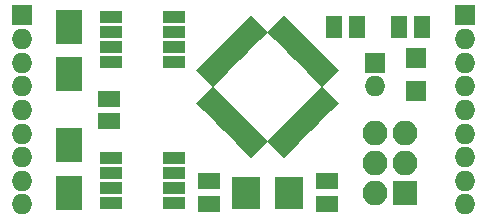
<source format=gts>
G04 #@! TF.GenerationSoftware,KiCad,Pcbnew,(5.1.2-1)-1*
G04 #@! TF.CreationDate,2019-05-25T15:40:47+02:00*
G04 #@! TF.ProjectId,PSX64 Interface,50535836-3420-4496-9e74-657266616365,1.0*
G04 #@! TF.SameCoordinates,Original*
G04 #@! TF.FileFunction,Soldermask,Top*
G04 #@! TF.FilePolarity,Negative*
%FSLAX46Y46*%
G04 Gerber Fmt 4.6, Leading zero omitted, Abs format (unit mm)*
G04 Created by KiCad (PCBNEW (5.1.2-1)-1) date 2019-05-25 15:40:47*
%MOMM*%
%LPD*%
G04 APERTURE LIST*
%ADD10C,0.950000*%
%ADD11C,0.100000*%
%ADD12R,1.800000X1.760000*%
%ADD13R,1.900000X1.370000*%
%ADD14R,1.370000X1.900000*%
%ADD15R,2.200000X2.900000*%
%ADD16O,1.750000X1.750000*%
%ADD17R,1.750000X1.750000*%
%ADD18R,1.950000X1.000000*%
%ADD19R,2.400000X2.800000*%
%ADD20R,2.100000X2.100000*%
%ADD21O,2.100000X2.100000*%
G04 APERTURE END LIST*
D10*
X123314897Y-129974695D03*
D11*
G36*
X124357880Y-130345926D02*
G01*
X123686128Y-131017678D01*
X122271914Y-129603464D01*
X122943666Y-128931712D01*
X124357880Y-130345926D01*
X124357880Y-130345926D01*
G37*
D10*
X123880583Y-129409010D03*
D11*
G36*
X124923566Y-129780241D02*
G01*
X124251814Y-130451993D01*
X122837600Y-129037779D01*
X123509352Y-128366027D01*
X124923566Y-129780241D01*
X124923566Y-129780241D01*
G37*
D10*
X124446268Y-128843324D03*
D11*
G36*
X125489251Y-129214555D02*
G01*
X124817499Y-129886307D01*
X123403285Y-128472093D01*
X124075037Y-127800341D01*
X125489251Y-129214555D01*
X125489251Y-129214555D01*
G37*
D10*
X125011953Y-128277639D03*
D11*
G36*
X126054936Y-128648870D02*
G01*
X125383184Y-129320622D01*
X123968970Y-127906408D01*
X124640722Y-127234656D01*
X126054936Y-128648870D01*
X126054936Y-128648870D01*
G37*
D10*
X125577639Y-127711953D03*
D11*
G36*
X126620622Y-128083184D02*
G01*
X125948870Y-128754936D01*
X124534656Y-127340722D01*
X125206408Y-126668970D01*
X126620622Y-128083184D01*
X126620622Y-128083184D01*
G37*
D10*
X126143324Y-127146268D03*
D11*
G36*
X127186307Y-127517499D02*
G01*
X126514555Y-128189251D01*
X125100341Y-126775037D01*
X125772093Y-126103285D01*
X127186307Y-127517499D01*
X127186307Y-127517499D01*
G37*
D10*
X126709010Y-126580583D03*
D11*
G36*
X127751993Y-126951814D02*
G01*
X127080241Y-127623566D01*
X125666027Y-126209352D01*
X126337779Y-125537600D01*
X127751993Y-126951814D01*
X127751993Y-126951814D01*
G37*
D10*
X127274695Y-126014897D03*
D11*
G36*
X128317678Y-126386128D02*
G01*
X127645926Y-127057880D01*
X126231712Y-125643666D01*
X126903464Y-124971914D01*
X128317678Y-126386128D01*
X128317678Y-126386128D01*
G37*
D10*
X129325305Y-126014897D03*
D11*
G36*
X128954074Y-127057880D02*
G01*
X128282322Y-126386128D01*
X129696536Y-124971914D01*
X130368288Y-125643666D01*
X128954074Y-127057880D01*
X128954074Y-127057880D01*
G37*
D10*
X129890990Y-126580583D03*
D11*
G36*
X129519759Y-127623566D02*
G01*
X128848007Y-126951814D01*
X130262221Y-125537600D01*
X130933973Y-126209352D01*
X129519759Y-127623566D01*
X129519759Y-127623566D01*
G37*
D10*
X130456676Y-127146268D03*
D11*
G36*
X130085445Y-128189251D02*
G01*
X129413693Y-127517499D01*
X130827907Y-126103285D01*
X131499659Y-126775037D01*
X130085445Y-128189251D01*
X130085445Y-128189251D01*
G37*
D10*
X131022361Y-127711953D03*
D11*
G36*
X130651130Y-128754936D02*
G01*
X129979378Y-128083184D01*
X131393592Y-126668970D01*
X132065344Y-127340722D01*
X130651130Y-128754936D01*
X130651130Y-128754936D01*
G37*
D10*
X131588047Y-128277639D03*
D11*
G36*
X131216816Y-129320622D02*
G01*
X130545064Y-128648870D01*
X131959278Y-127234656D01*
X132631030Y-127906408D01*
X131216816Y-129320622D01*
X131216816Y-129320622D01*
G37*
D10*
X132153732Y-128843324D03*
D11*
G36*
X131782501Y-129886307D02*
G01*
X131110749Y-129214555D01*
X132524963Y-127800341D01*
X133196715Y-128472093D01*
X131782501Y-129886307D01*
X131782501Y-129886307D01*
G37*
D10*
X132719417Y-129409010D03*
D11*
G36*
X132348186Y-130451993D02*
G01*
X131676434Y-129780241D01*
X133090648Y-128366027D01*
X133762400Y-129037779D01*
X132348186Y-130451993D01*
X132348186Y-130451993D01*
G37*
D10*
X133285103Y-129974695D03*
D11*
G36*
X132913872Y-131017678D02*
G01*
X132242120Y-130345926D01*
X133656334Y-128931712D01*
X134328086Y-129603464D01*
X132913872Y-131017678D01*
X132913872Y-131017678D01*
G37*
D10*
X133285103Y-132025305D03*
D11*
G36*
X134328086Y-132396536D02*
G01*
X133656334Y-133068288D01*
X132242120Y-131654074D01*
X132913872Y-130982322D01*
X134328086Y-132396536D01*
X134328086Y-132396536D01*
G37*
D10*
X132719417Y-132590990D03*
D11*
G36*
X133762400Y-132962221D02*
G01*
X133090648Y-133633973D01*
X131676434Y-132219759D01*
X132348186Y-131548007D01*
X133762400Y-132962221D01*
X133762400Y-132962221D01*
G37*
D10*
X132153732Y-133156676D03*
D11*
G36*
X133196715Y-133527907D02*
G01*
X132524963Y-134199659D01*
X131110749Y-132785445D01*
X131782501Y-132113693D01*
X133196715Y-133527907D01*
X133196715Y-133527907D01*
G37*
D10*
X131588047Y-133722361D03*
D11*
G36*
X132631030Y-134093592D02*
G01*
X131959278Y-134765344D01*
X130545064Y-133351130D01*
X131216816Y-132679378D01*
X132631030Y-134093592D01*
X132631030Y-134093592D01*
G37*
D10*
X131022361Y-134288047D03*
D11*
G36*
X132065344Y-134659278D02*
G01*
X131393592Y-135331030D01*
X129979378Y-133916816D01*
X130651130Y-133245064D01*
X132065344Y-134659278D01*
X132065344Y-134659278D01*
G37*
D10*
X130456676Y-134853732D03*
D11*
G36*
X131499659Y-135224963D02*
G01*
X130827907Y-135896715D01*
X129413693Y-134482501D01*
X130085445Y-133810749D01*
X131499659Y-135224963D01*
X131499659Y-135224963D01*
G37*
D10*
X129890990Y-135419417D03*
D11*
G36*
X130933973Y-135790648D02*
G01*
X130262221Y-136462400D01*
X128848007Y-135048186D01*
X129519759Y-134376434D01*
X130933973Y-135790648D01*
X130933973Y-135790648D01*
G37*
D10*
X129325305Y-135985103D03*
D11*
G36*
X130368288Y-136356334D02*
G01*
X129696536Y-137028086D01*
X128282322Y-135613872D01*
X128954074Y-134942120D01*
X130368288Y-136356334D01*
X130368288Y-136356334D01*
G37*
D10*
X127274695Y-135985103D03*
D11*
G36*
X126903464Y-137028086D02*
G01*
X126231712Y-136356334D01*
X127645926Y-134942120D01*
X128317678Y-135613872D01*
X126903464Y-137028086D01*
X126903464Y-137028086D01*
G37*
D10*
X126709010Y-135419417D03*
D11*
G36*
X126337779Y-136462400D02*
G01*
X125666027Y-135790648D01*
X127080241Y-134376434D01*
X127751993Y-135048186D01*
X126337779Y-136462400D01*
X126337779Y-136462400D01*
G37*
D10*
X126143324Y-134853732D03*
D11*
G36*
X125772093Y-135896715D02*
G01*
X125100341Y-135224963D01*
X126514555Y-133810749D01*
X127186307Y-134482501D01*
X125772093Y-135896715D01*
X125772093Y-135896715D01*
G37*
D10*
X125577639Y-134288047D03*
D11*
G36*
X125206408Y-135331030D02*
G01*
X124534656Y-134659278D01*
X125948870Y-133245064D01*
X126620622Y-133916816D01*
X125206408Y-135331030D01*
X125206408Y-135331030D01*
G37*
D10*
X125011953Y-133722361D03*
D11*
G36*
X124640722Y-134765344D02*
G01*
X123968970Y-134093592D01*
X125383184Y-132679378D01*
X126054936Y-133351130D01*
X124640722Y-134765344D01*
X124640722Y-134765344D01*
G37*
D10*
X124446268Y-133156676D03*
D11*
G36*
X124075037Y-134199659D02*
G01*
X123403285Y-133527907D01*
X124817499Y-132113693D01*
X125489251Y-132785445D01*
X124075037Y-134199659D01*
X124075037Y-134199659D01*
G37*
D10*
X123880583Y-132590990D03*
D11*
G36*
X123509352Y-133633973D02*
G01*
X122837600Y-132962221D01*
X124251814Y-131548007D01*
X124923566Y-132219759D01*
X123509352Y-133633973D01*
X123509352Y-133633973D01*
G37*
D10*
X123314897Y-132025305D03*
D11*
G36*
X122943666Y-133068288D02*
G01*
X122271914Y-132396536D01*
X123686128Y-130982322D01*
X124357880Y-131654074D01*
X122943666Y-133068288D01*
X122943666Y-133068288D01*
G37*
D12*
X140900000Y-128620000D03*
X140900000Y-131380000D03*
D13*
X123300000Y-139045000D03*
X123300000Y-140955000D03*
X133300000Y-140955000D03*
X133300000Y-139045000D03*
D14*
X135855000Y-126000000D03*
X133945000Y-126000000D03*
D15*
X111500000Y-136000000D03*
X111500000Y-140000000D03*
X111500000Y-130000000D03*
X111500000Y-126000000D03*
D16*
X107500000Y-141000000D03*
X107500000Y-139000000D03*
X107500000Y-137000000D03*
X107500000Y-135000000D03*
X107500000Y-133000000D03*
X107500000Y-131000000D03*
X107500000Y-129000000D03*
X107500000Y-127000000D03*
D17*
X107500000Y-125000000D03*
X137400000Y-129000000D03*
D16*
X137400000Y-131000000D03*
D17*
X145000000Y-125000000D03*
D16*
X145000000Y-127000000D03*
X145000000Y-129000000D03*
X145000000Y-131000000D03*
X145000000Y-133000000D03*
X145000000Y-135000000D03*
X145000000Y-137000000D03*
X145000000Y-139000000D03*
X145000000Y-141000000D03*
D14*
X139445000Y-126000000D03*
X141355000Y-126000000D03*
D13*
X114900000Y-132045000D03*
X114900000Y-133955000D03*
D18*
X120400000Y-140905000D03*
X120400000Y-139635000D03*
X120400000Y-138365000D03*
X120400000Y-137095000D03*
X115000000Y-137095000D03*
X115000000Y-138365000D03*
X115000000Y-139635000D03*
X115000000Y-140905000D03*
X115000000Y-128905000D03*
X115000000Y-127635000D03*
X115000000Y-126365000D03*
X115000000Y-125095000D03*
X120400000Y-125095000D03*
X120400000Y-126365000D03*
X120400000Y-127635000D03*
X120400000Y-128905000D03*
D19*
X126450000Y-140000000D03*
X130150000Y-140000000D03*
D20*
X139900000Y-140000000D03*
D21*
X137360000Y-140000000D03*
X139900000Y-137460000D03*
X137360000Y-137460000D03*
X139900000Y-134920000D03*
X137360000Y-134920000D03*
M02*

</source>
